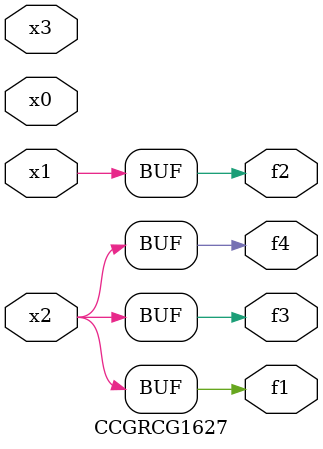
<source format=v>
module CCGRCG1627(
	input x0, x1, x2, x3,
	output f1, f2, f3, f4
);
	assign f1 = x2;
	assign f2 = x1;
	assign f3 = x2;
	assign f4 = x2;
endmodule

</source>
